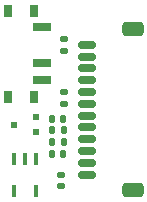
<source format=gbr>
%TF.GenerationSoftware,KiCad,Pcbnew,(6.0.5-0)*%
%TF.CreationDate,2025-01-27T20:14:51-05:00*%
%TF.ProjectId,PICOGAUGEADAPTER,5049434f-4741-4554-9745-414441505445,rev?*%
%TF.SameCoordinates,Original*%
%TF.FileFunction,Paste,Top*%
%TF.FilePolarity,Positive*%
%FSLAX46Y46*%
G04 Gerber Fmt 4.6, Leading zero omitted, Abs format (unit mm)*
G04 Created by KiCad (PCBNEW (6.0.5-0)) date 2025-01-27 20:14:51*
%MOMM*%
%LPD*%
G01*
G04 APERTURE LIST*
G04 Aperture macros list*
%AMRoundRect*
0 Rectangle with rounded corners*
0 $1 Rounding radius*
0 $2 $3 $4 $5 $6 $7 $8 $9 X,Y pos of 4 corners*
0 Add a 4 corners polygon primitive as box body*
4,1,4,$2,$3,$4,$5,$6,$7,$8,$9,$2,$3,0*
0 Add four circle primitives for the rounded corners*
1,1,$1+$1,$2,$3*
1,1,$1+$1,$4,$5*
1,1,$1+$1,$6,$7*
1,1,$1+$1,$8,$9*
0 Add four rect primitives between the rounded corners*
20,1,$1+$1,$2,$3,$4,$5,0*
20,1,$1+$1,$4,$5,$6,$7,0*
20,1,$1+$1,$6,$7,$8,$9,0*
20,1,$1+$1,$8,$9,$2,$3,0*%
G04 Aperture macros list end*
%ADD10R,0.550000X0.600000*%
%ADD11RoundRect,0.135000X-0.185000X0.135000X-0.185000X-0.135000X0.185000X-0.135000X0.185000X0.135000X0*%
%ADD12RoundRect,0.135000X0.185000X-0.135000X0.185000X0.135000X-0.185000X0.135000X-0.185000X-0.135000X0*%
%ADD13RoundRect,0.140000X0.140000X0.170000X-0.140000X0.170000X-0.140000X-0.170000X0.140000X-0.170000X0*%
%ADD14RoundRect,0.150000X0.625000X-0.150000X0.625000X0.150000X-0.625000X0.150000X-0.625000X-0.150000X0*%
%ADD15RoundRect,0.250000X0.650000X-0.350000X0.650000X0.350000X-0.650000X0.350000X-0.650000X-0.350000X0*%
%ADD16RoundRect,0.135000X0.135000X0.185000X-0.135000X0.185000X-0.135000X-0.185000X0.135000X-0.185000X0*%
%ADD17RoundRect,0.135000X-0.135000X-0.185000X0.135000X-0.185000X0.135000X0.185000X-0.135000X0.185000X0*%
%ADD18R,0.457200X0.977900*%
%ADD19RoundRect,0.140000X-0.170000X0.140000X-0.170000X-0.140000X0.170000X-0.140000X0.170000X0.140000X0*%
%ADD20R,0.800000X1.000000*%
%ADD21R,1.500000X0.700000*%
G04 APERTURE END LIST*
D10*
%TO.C,Q1*%
X153675000Y-93650000D03*
X153675000Y-92350000D03*
X151825000Y-93000000D03*
%TD*%
D11*
%TO.C,R4*%
X156000000Y-85740000D03*
X156000000Y-86760000D03*
%TD*%
D12*
%TO.C,R3*%
X156000000Y-91260000D03*
X156000000Y-90240000D03*
%TD*%
D13*
%TO.C,C3*%
X155980000Y-92500000D03*
X155020000Y-92500000D03*
%TD*%
D14*
%TO.C,J2*%
X158000000Y-97250000D03*
X158000000Y-96250000D03*
X158000000Y-95250000D03*
X158000000Y-94250000D03*
X158000000Y-93250000D03*
X158000000Y-92250000D03*
X158000000Y-91250000D03*
X158000000Y-90250000D03*
X158000000Y-89250000D03*
X158000000Y-88250000D03*
X158000000Y-87250000D03*
X158000000Y-86250000D03*
D15*
X161875000Y-84950000D03*
X161875000Y-98550000D03*
%TD*%
D13*
%TO.C,C1*%
X155980000Y-95500000D03*
X155020000Y-95500000D03*
%TD*%
D16*
%TO.C,R2*%
X156010000Y-93500000D03*
X154990000Y-93500000D03*
%TD*%
D17*
%TO.C,R1*%
X155000000Y-94500000D03*
X156020000Y-94500000D03*
%TD*%
D18*
%TO.C,U1*%
X153699960Y-98615250D03*
X151800040Y-98615250D03*
X151799999Y-95884750D03*
X152750000Y-95884750D03*
X153700001Y-95884750D03*
%TD*%
D19*
%TO.C,C2*%
X155750000Y-97270000D03*
X155750000Y-98230000D03*
%TD*%
D20*
%TO.C,S1*%
X153530000Y-90650000D03*
X151320000Y-90650000D03*
X151320000Y-83350000D03*
X153530000Y-83350000D03*
D21*
X154180000Y-84750000D03*
X154180000Y-87750000D03*
X154180000Y-89250000D03*
%TD*%
M02*

</source>
